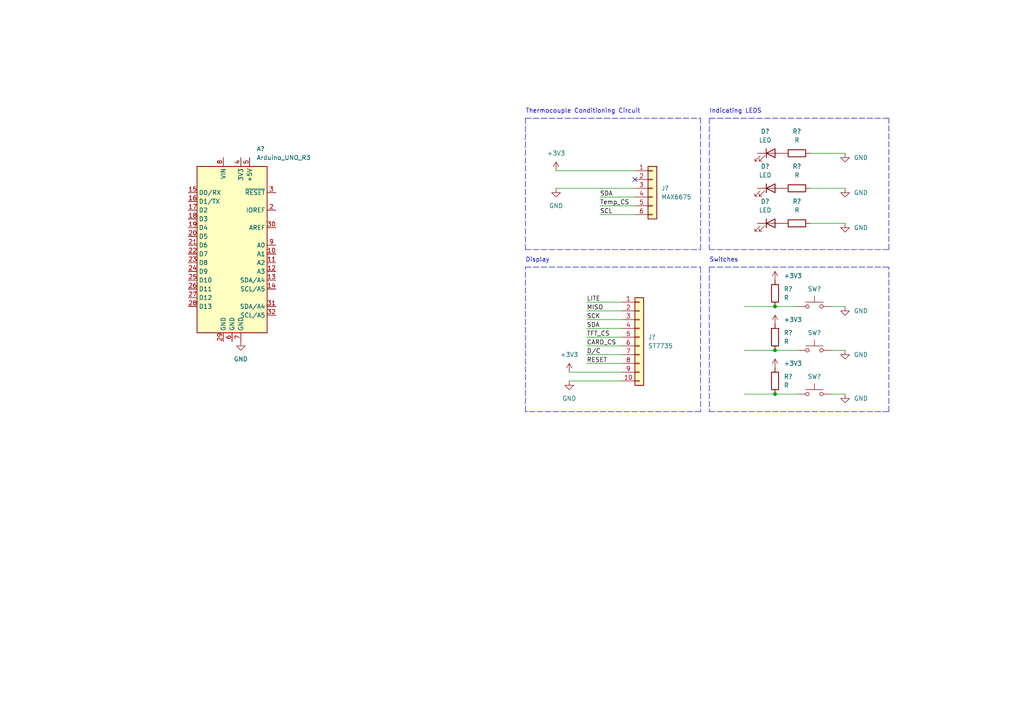
<source format=kicad_sch>
(kicad_sch (version 20211123) (generator eeschema)
  (paper "A4")
  (lib_symbols
    (symbol "Connector_Generic:Conn_01x06" (pin_names (offset 1.016) hide)
      (property "Reference" "J" (at 0 7.62 0))
      (property "Value" "Conn_01x06" (at 0 -10.16 0))
      (symbol "Conn_01x06_1_1"
        (rectangle (start -1.27 -7.493) (end 0 -7.747) (stroke (width 0.1524)))
        (rectangle (start -1.27 -4.953) (end 0 -5.207) (stroke (width 0.1524)))
        (rectangle (start -1.27 -2.413) (end 0 -2.667) (stroke (width 0.1524)))
        (rectangle (start -1.27 0.127) (end 0 -0.127) (stroke (width 0.1524)))
        (rectangle (start -1.27 2.667) (end 0 2.413) (stroke (width 0.1524)))
        (rectangle (start -1.27 5.207) (end 0 4.953) (stroke (width 0.1524)))
        (rectangle (start -1.27 6.35) (end 1.27 -8.89) (stroke (width 0.254)) (fill (type background)))
        (pin passive line (at -5.08 5.08 0) (length 3.81) (name "Pin_1") (number "1"))
        (pin passive line (at -5.08 2.54 0) (length 3.81) (name "Pin_2") (number "2"))
        (pin passive line (at -5.08 0 0) (length 3.81) (name "Pin_3") (number "3"))
        (pin passive line (at -5.08 -2.54 0) (length 3.81) (name "Pin_4") (number "4"))
        (pin passive line (at -5.08 -5.08 0) (length 3.81) (name "Pin_5") (number "5"))
        (pin passive line (at -5.08 -7.62 0) (length 3.81) (name "Pin_6") (number "6"))
      )
    )
    (symbol "Connector_Generic:Conn_01x10" (pin_names (offset 1.016) hide)
      (property "Reference" "J" (at 0 12.7 0))
      (property "Value" "Conn_01x10" (at 0 -15.24 0))
      (symbol "Conn_01x10_1_1"
        (rectangle (start -1.27 -12.573) (end 0 -12.827) (stroke (width 0.1524)))
        (rectangle (start -1.27 -10.033) (end 0 -10.287) (stroke (width 0.1524)))
        (rectangle (start -1.27 -7.493) (end 0 -7.747) (stroke (width 0.1524)))
        (rectangle (start -1.27 -4.953) (end 0 -5.207) (stroke (width 0.1524)))
        (rectangle (start -1.27 -2.413) (end 0 -2.667) (stroke (width 0.1524)))
        (rectangle (start -1.27 0.127) (end 0 -0.127) (stroke (width 0.1524)))
        (rectangle (start -1.27 2.667) (end 0 2.413) (stroke (width 0.1524)))
        (rectangle (start -1.27 5.207) (end 0 4.953) (stroke (width 0.1524)))
        (rectangle (start -1.27 7.747) (end 0 7.493) (stroke (width 0.1524)))
        (rectangle (start -1.27 10.287) (end 0 10.033) (stroke (width 0.1524)))
        (rectangle (start -1.27 11.43) (end 1.27 -13.97) (stroke (width 0.254)) (fill (type background)))
        (pin passive line (at -5.08 10.16 0) (length 3.81) (name "Pin_1") (number "1"))
        (pin passive line (at -5.08 -12.7 0) (length 3.81) (name "Pin_10") (number "10"))
        (pin passive line (at -5.08 7.62 0) (length 3.81) (name "Pin_2") (number "2"))
        (pin passive line (at -5.08 5.08 0) (length 3.81) (name "Pin_3") (number "3"))
        (pin passive line (at -5.08 2.54 0) (length 3.81) (name "Pin_4") (number "4"))
        (pin passive line (at -5.08 0 0) (length 3.81) (name "Pin_5") (number "5"))
        (pin passive line (at -5.08 -2.54 0) (length 3.81) (name "Pin_6") (number "6"))
        (pin passive line (at -5.08 -5.08 0) (length 3.81) (name "Pin_7") (number "7"))
        (pin passive line (at -5.08 -7.62 0) (length 3.81) (name "Pin_8") (number "8"))
        (pin passive line (at -5.08 -10.16 0) (length 3.81) (name "Pin_9") (number "9"))
      )
    )
    (symbol "Device:LED" (pin_numbers hide) (pin_names (offset 1.016) hide)
      (property "Reference" "D" (at 0 2.54 0))
      (property "Value" "LED" (at 0 -2.54 0))
      (symbol "LED_0_1"
        (polyline (pts (xy -1.27 -1.27) (xy -1.27 1.27)) (stroke (width 0.254)))
        (polyline (pts (xy -1.27 0) (xy 1.27 0)))
        (polyline (pts (xy 1.27 -1.27) (xy 1.27 1.27) (xy -1.27 0) (xy 1.27 -1.27)) (stroke (width 0.254)))
        (polyline (pts (xy -3.048 -0.762) (xy -4.572 -2.286) (xy -3.81 -2.286) (xy -4.572 -2.286) (xy -4.572 -1.524)))
        (polyline (pts (xy -1.778 -0.762) (xy -3.302 -2.286) (xy -2.54 -2.286) (xy -3.302 -2.286) (xy -3.302 -1.524)))
      )
      (symbol "LED_1_1"
        (pin passive line (at -3.81 0 0) (length 2.54) (name "K") (number "1"))
        (pin passive line (at 3.81 0 180) (length 2.54) (name "A") (number "2"))
      )
    )
    (symbol "Device:R" (pin_numbers hide) (pin_names (offset 0))
      (property "Reference" "R" (at 2.032 0 90))
      (property "Value" "R" (at 0 0 90))
      (symbol "R_0_1"
        (rectangle (start -1.016 -2.54) (end 1.016 2.54) (stroke (width 0.254)))
      )
      (symbol "R_1_1"
        (pin passive line (at 0 3.81 270) (length 1.27) (name "~") (number "1"))
        (pin passive line (at 0 -3.81 90) (length 1.27) (name "~") (number "2"))
      )
    )
    (symbol "MCU_Module:Arduino_UNO_R3"
      (property "Reference" "A" (at -10.16 23.495 0))
      (property "Value" "Arduino_UNO_R3" (at 5.08 -26.67 0))
      (symbol "Arduino_UNO_R3_0_1"
        (rectangle (start -10.16 22.86) (end 10.16 -25.4) (stroke (width 0.254)) (fill (type background)))
      )
      (symbol "Arduino_UNO_R3_1_1"
        (pin no_connect line (at -10.16 -20.32 0) (length 2.54) hide (name "NC") (number "1"))
        (pin bidirectional line (at 12.7 -2.54 180) (length 2.54) (name "A1") (number "10"))
        (pin bidirectional line (at 12.7 -5.08 180) (length 2.54) (name "A2") (number "11"))
        (pin bidirectional line (at 12.7 -7.62 180) (length 2.54) (name "A3") (number "12"))
        (pin bidirectional line (at 12.7 -10.16 180) (length 2.54) (name "SDA/A4") (number "13"))
        (pin bidirectional line (at 12.7 -12.7 180) (length 2.54) (name "SCL/A5") (number "14"))
        (pin bidirectional line (at -12.7 15.24 0) (length 2.54) (name "D0/RX") (number "15"))
        (pin bidirectional line (at -12.7 12.7 0) (length 2.54) (name "D1/TX") (number "16"))
        (pin bidirectional line (at -12.7 10.16 0) (length 2.54) (name "D2") (number "17"))
        (pin bidirectional line (at -12.7 7.62 0) (length 2.54) (name "D3") (number "18"))
        (pin bidirectional line (at -12.7 5.08 0) (length 2.54) (name "D4") (number "19"))
        (pin output line (at 12.7 10.16 180) (length 2.54) (name "IOREF") (number "2"))
        (pin bidirectional line (at -12.7 2.54 0) (length 2.54) (name "D5") (number "20"))
        (pin bidirectional line (at -12.7 0 0) (length 2.54) (name "D6") (number "21"))
        (pin bidirectional line (at -12.7 -2.54 0) (length 2.54) (name "D7") (number "22"))
        (pin bidirectional line (at -12.7 -5.08 0) (length 2.54) (name "D8") (number "23"))
        (pin bidirectional line (at -12.7 -7.62 0) (length 2.54) (name "D9") (number "24"))
        (pin bidirectional line (at -12.7 -10.16 0) (length 2.54) (name "D10") (number "25"))
        (pin bidirectional line (at -12.7 -12.7 0) (length 2.54) (name "D11") (number "26"))
        (pin bidirectional line (at -12.7 -15.24 0) (length 2.54) (name "D12") (number "27"))
        (pin bidirectional line (at -12.7 -17.78 0) (length 2.54) (name "D13") (number "28"))
        (pin power_in line (at -2.54 -27.94 90) (length 2.54) (name "GND") (number "29"))
        (pin input line (at 12.7 15.24 180) (length 2.54) (name "~{RESET}") (number "3"))
        (pin input line (at 12.7 5.08 180) (length 2.54) (name "AREF") (number "30"))
        (pin bidirectional line (at 12.7 -17.78 180) (length 2.54) (name "SDA/A4") (number "31"))
        (pin bidirectional line (at 12.7 -20.32 180) (length 2.54) (name "SCL/A5") (number "32"))
        (pin power_out line (at 2.54 25.4 270) (length 2.54) (name "3V3") (number "4"))
        (pin power_out line (at 5.08 25.4 270) (length 2.54) (name "+5V") (number "5"))
        (pin power_in line (at 0 -27.94 90) (length 2.54) (name "GND") (number "6"))
        (pin power_in line (at 2.54 -27.94 90) (length 2.54) (name "GND") (number "7"))
        (pin power_in line (at -2.54 25.4 270) (length 2.54) (name "VIN") (number "8"))
        (pin bidirectional line (at 12.7 0 180) (length 2.54) (name "A0") (number "9"))
      )
    )
    (symbol "Switch:SW_Push" (pin_numbers hide) (pin_names (offset 1.016) hide)
      (property "Reference" "SW" (at 1.27 2.54 0))
      (property "Value" "SW_Push" (at 0 -1.524 0))
      (symbol "SW_Push_0_1"
        (circle (center -2.032 0) (radius 0.508))
        (polyline (pts (xy 0 1.27) (xy 0 3.048)))
        (polyline (pts (xy 2.54 1.27) (xy -2.54 1.27)))
        (circle (center 2.032 0) (radius 0.508))
        (pin passive line (at -5.08 0 0) (length 2.54) (name "1") (number "1"))
        (pin passive line (at 5.08 0 180) (length 2.54) (name "2") (number "2"))
      )
    )
    (symbol "power:+3V3" (power) (pin_names (offset 0))
      (property "Value" "+3V3" (at 0 3.556 0))
      (symbol "+3V3_0_1"
        (polyline (pts (xy -0.762 1.27) (xy 0 2.54)))
        (polyline (pts (xy 0 0) (xy 0 2.54)))
        (polyline (pts (xy 0 2.54) (xy 0.762 1.27)))
      )
      (symbol "+3V3_1_1"
        (pin power_in line (at 0 0 90) (length 0) hide (name "+3V3") (number "1"))
      )
    )
    (symbol "power:GND" (power) (pin_names (offset 0))
      (property "Value" "GND" (at 0 -3.81 0))
      (symbol "GND_0_1"
        (polyline (pts (xy 0 0) (xy 0 -1.27) (xy 1.27 -1.27) (xy 0 -2.54) (xy -1.27 -1.27) (xy 0 -1.27)))
      )
      (symbol "GND_1_1"
        (pin power_in line (at 0 0 270) (length 0) hide (name "GND") (number "1"))
      )
    )
  )
  (junction (at 224.79 114.3))
  (junction (at 224.79 88.9))
  (junction (at 224.79 101.6))
  (no_connect (at 184.15 52.07))
  (wire (pts (xy 245.11 114.3) (xy 241.3 114.3)))
  (wire (pts (xy 161.29 49.53) (xy 184.15 49.53)))
  (polyline (pts (xy 152.4 77.47) (xy 203.2 77.47)))
  (polyline (pts (xy 205.74 72.39) (xy 257.81 72.39)))
  (wire (pts (xy 161.29 54.61) (xy 184.15 54.61)))
  (wire (pts (xy 245.11 54.61) (xy 234.95 54.61)))
  (wire (pts (xy 170.18 87.63) (xy 180.34 87.63)))
  (wire (pts (xy 165.1 107.95) (xy 180.34 107.95)))
  (polyline (pts (xy 257.81 119.38) (xy 257.81 77.47)))
  (polyline (pts (xy 205.74 77.47) (xy 205.74 119.38)))
  (wire (pts (xy 224.79 114.3) (xy 231.14 114.3)))
  (wire (pts (xy 245.11 44.45) (xy 234.95 44.45)))
  (wire (pts (xy 224.79 88.9) (xy 231.14 88.9)))
  (wire (pts (xy 224.79 101.6) (xy 231.14 101.6)))
  (wire (pts (xy 215.9 88.9) (xy 224.79 88.9)))
  (polyline (pts (xy 152.4 119.38) (xy 152.4 77.47)))
  (wire (pts (xy 170.18 92.71) (xy 180.34 92.71)))
  (wire (pts (xy 170.18 97.79) (xy 180.34 97.79)))
  (polyline (pts (xy 203.2 119.38) (xy 152.4 119.38)))
  (polyline (pts (xy 205.74 119.38) (xy 257.81 119.38)))
  (wire (pts (xy 173.99 59.69) (xy 184.15 59.69)))
  (wire (pts (xy 173.99 62.23) (xy 184.15 62.23)))
  (wire (pts (xy 215.9 114.3) (xy 224.79 114.3)))
  (wire (pts (xy 173.99 57.15) (xy 184.15 57.15)))
  (polyline (pts (xy 205.74 34.29) (xy 257.81 34.29)))
  (wire (pts (xy 215.9 101.6) (xy 224.79 101.6)))
  (polyline (pts (xy 152.4 34.29) (xy 203.2 34.29)))
  (wire (pts (xy 245.11 101.6) (xy 241.3 101.6)))
  (wire (pts (xy 170.18 95.25) (xy 180.34 95.25)))
  (polyline (pts (xy 203.2 77.47) (xy 203.2 119.38)))
  (polyline (pts (xy 152.4 72.39) (xy 203.2 72.39)))
  (wire (pts (xy 245.11 64.77) (xy 234.95 64.77)))
  (wire (pts (xy 165.1 110.49) (xy 180.34 110.49)))
  (wire (pts (xy 170.18 100.33) (xy 180.34 100.33)))
  (wire (pts (xy 170.18 90.17) (xy 180.34 90.17)))
  (polyline (pts (xy 203.2 72.39) (xy 203.2 34.29)))
  (wire (pts (xy 170.18 105.41) (xy 180.34 105.41)))
  (polyline (pts (xy 257.81 72.39) (xy 257.81 34.29)))
  (polyline (pts (xy 205.74 77.47) (xy 257.81 77.47)))
  (wire (pts (xy 170.18 102.87) (xy 180.34 102.87)))
  (wire (pts (xy 245.11 88.9) (xy 241.3 88.9)))
  (polyline (pts (xy 205.74 34.29) (xy 205.74 72.39)))
  (polyline (pts (xy 152.4 34.29) (xy 152.4 72.39)))
  (text "Thermocouple Conditioning Circuit" (at 152.4 33.02 0) (effects (font (size 1.27 1.27)) (justify left bottom)))
  (text "Switches" (at 205.74 76.2 0) (effects (font (size 1.27 1.27)) (justify left bottom)))
  (text "Indicating LEDS" (at 205.74 33.02 0) (effects (font (size 1.27 1.27)) (justify left bottom)))
  (text "Display" (at 152.4 76.2 0) (effects (font (size 1.27 1.27)) (justify left bottom)))
  (label "SDA" (at 170.18 95.25 0))
  (label "CARD_CS" (at 170.18 100.33 0))
  (label "SCL" (at 173.99 62.23 0))
  (label "RESET" (at 170.18 105.41 0))
  (label "TFT_CS" (at 170.18 97.79 0))
  (label "MISO" (at 170.18 90.17 0))
  (label "D{slash}C" (at 170.18 102.87 0))
  (label "SDA" (at 173.99 57.15 0))
  (label "SCK" (at 170.18 92.71 0))
  (label "LITE" (at 170.18 87.63 0))
  (label "Temp_CS" (at 173.99 59.69 0))
  (symbol (lib_id "power:+3V3") (at 224.79 93.98 0) (unit 1)
    (property "Reference" "#PWR?" (effects hide))
    (property "Value" "+3V3" (at 227.33 92.7099 0) (effects (justify left)))
  )
  (symbol (lib_id "Device:LED") (at 223.52 44.45 0) (unit 1)
    (property "Reference" "D?" (at 221.9325 38.1 0))
    (property "Value" "LED" (at 221.9325 40.64 0))
  )
  (symbol (lib_id "power:GND") (at 165.1 110.49 0) (unit 1)
    (property "Reference" "#PWR?" (effects hide))
    (property "Value" "GND" (at 165.1 115.57 0))
  )
  (symbol (lib_id "Device:R") (at 224.79 85.09 180) (unit 1)
    (property "Reference" "R?" (at 227.33 83.8199 0) (effects (justify right)))
    (property "Value" "R" (at 227.33 86.3599 0) (effects (justify right)))
  )
  (symbol (lib_id "Connector_Generic:Conn_01x10") (at 185.42 97.79 0) (unit 1)
    (property "Reference" "J?" (at 187.96 97.7899 0) (effects (justify left)))
    (property "Value" "ST7735" (at 187.96 100.3299 0) (effects (justify left)))
  )
  (symbol (lib_id "power:+3V3") (at 161.29 49.53 0) (unit 1)
    (property "Reference" "#PWR?" (effects hide))
    (property "Value" "+3V3" (at 161.29 44.45 0))
  )
  (symbol (lib_id "Device:R") (at 231.14 44.45 90) (unit 1)
    (property "Reference" "R?" (at 231.14 38.1 90))
    (property "Value" "R" (at 231.14 40.64 90))
  )
  (symbol (lib_id "Switch:SW_Push") (at 236.22 88.9 0) (unit 1)
    (property "Reference" "SW?" (at 236.22 83.82 0))
    (property "Value" "SW_Push" (effects hide))
  )
  (symbol (lib_id "power:GND") (at 161.29 54.61 0) (unit 1)
    (property "Reference" "#PWR?" (effects hide))
    (property "Value" "GND" (at 161.29 59.69 0))
  )
  (symbol (lib_id "power:+3V3") (at 224.79 106.68 0) (unit 1)
    (property "Reference" "#PWR?" (effects hide))
    (property "Value" "+3V3" (at 227.33 105.4099 0) (effects (justify left)))
  )
  (symbol (lib_id "Switch:SW_Push") (at 236.22 114.3 0) (unit 1)
    (property "Reference" "SW?" (at 236.22 109.22 0))
    (property "Value" "SW_Push" (effects hide))
  )
  (symbol (lib_id "Device:R") (at 224.79 97.79 180) (unit 1)
    (property "Reference" "R?" (at 227.33 96.5199 0) (effects (justify right)))
    (property "Value" "R" (at 227.33 99.0599 0) (effects (justify right)))
  )
  (symbol (lib_id "Device:R") (at 231.14 64.77 90) (unit 1)
    (property "Reference" "R?" (at 231.14 58.42 90))
    (property "Value" "R" (at 231.14 60.96 90))
  )
  (symbol (lib_id "Device:LED") (at 223.52 54.61 0) (unit 1)
    (property "Reference" "D?" (at 221.9325 48.26 0))
    (property "Value" "LED" (at 221.9325 50.8 0))
  )
  (symbol (lib_id "power:GND") (at 245.11 88.9 0) (unit 1)
    (property "Reference" "#PWR?" (effects hide))
    (property "Value" "GND" (at 247.65 90.1699 0) (effects (justify left)))
  )
  (symbol (lib_id "power:GND") (at 245.11 101.6 0) (unit 1)
    (property "Reference" "#PWR?" (effects hide))
    (property "Value" "GND" (at 247.65 102.8699 0) (effects (justify left)))
  )
  (symbol (lib_id "power:GND") (at 245.11 44.45 0) (unit 1)
    (property "Reference" "#PWR?" (effects hide))
    (property "Value" "GND" (at 247.65 45.7199 0) (effects (justify left)))
  )
  (symbol (lib_id "power:GND") (at 245.11 64.77 0) (unit 1)
    (property "Reference" "#PWR?" (effects hide))
    (property "Value" "GND" (at 247.65 66.0399 0) (effects (justify left)))
  )
  (symbol (lib_id "MCU_Module:Arduino_UNO_R3") (at 67.31 71.12 0) (unit 1)
    (property "Reference" "A?" (at 74.4094 43.18 0) (effects (justify left)))
    (property "Value" "Arduino_UNO_R3" (at 74.4094 45.72 0) (effects (justify left)))
    (property "Footprint" "Module:Arduino_UNO_R3" (effects hide))
    (property "Datasheet" "https://www.arduino.cc/en/Main/arduinoBoardUno" (effects hide))
  )
  (symbol (lib_id "Device:LED") (at 223.52 64.77 0) (unit 1)
    (property "Reference" "D?" (at 221.9325 58.42 0))
    (property "Value" "LED" (at 221.9325 60.96 0))
  )
  (symbol (lib_id "power:GND") (at 245.11 114.3 0) (unit 1)
    (property "Reference" "#PWR?" (effects hide))
    (property "Value" "GND" (at 247.65 115.5699 0) (effects (justify left)))
  )
  (symbol (lib_id "Device:R") (at 231.14 54.61 90) (unit 1)
    (property "Reference" "R?" (at 231.14 48.26 90))
    (property "Value" "R" (at 231.14 50.8 90))
  )
  (symbol (lib_id "power:GND") (at 69.85 99.06 0) (unit 1)
    (property "Reference" "#PWR?" (effects hide))
    (property "Value" "GND" (at 69.85 104.14 0))
  )
  (symbol (lib_id "Switch:SW_Push") (at 236.22 101.6 0) (unit 1)
    (property "Reference" "SW?" (at 236.22 96.52 0))
    (property "Value" "SW_Push" (effects hide))
  )
  (symbol (lib_id "power:+3V3") (at 224.79 81.28 0) (unit 1)
    (property "Reference" "#PWR?" (effects hide))
    (property "Value" "+3V3" (at 227.33 80.0099 0) (effects (justify left)))
  )
  (symbol (lib_id "power:GND") (at 245.11 54.61 0) (unit 1)
    (property "Reference" "#PWR?" (effects hide))
    (property "Value" "GND" (at 247.65 55.8799 0) (effects (justify left)))
  )
  (symbol (lib_id "Connector_Generic:Conn_01x06") (at 189.23 54.61 0) (unit 1)
    (property "Reference" "J?" (at 191.77 54.6099 0) (effects (justify left)))
    (property "Value" "MAX6675" (at 191.77 57.1499 0) (effects (justify left)))
  )
  (symbol (lib_id "power:+3V3") (at 165.1 107.95 0) (unit 1)
    (property "Reference" "#PWR?" (effects hide))
    (property "Value" "+3V3" (at 165.1 102.87 0))
  )
  (symbol (lib_id "Device:R") (at 224.79 110.49 180) (unit 1)
    (property "Reference" "R?" (at 227.33 109.2199 0) (effects (justify right)))
    (property "Value" "R" (at 227.33 111.7599 0) (effects (justify right)))
  )
)
</source>
